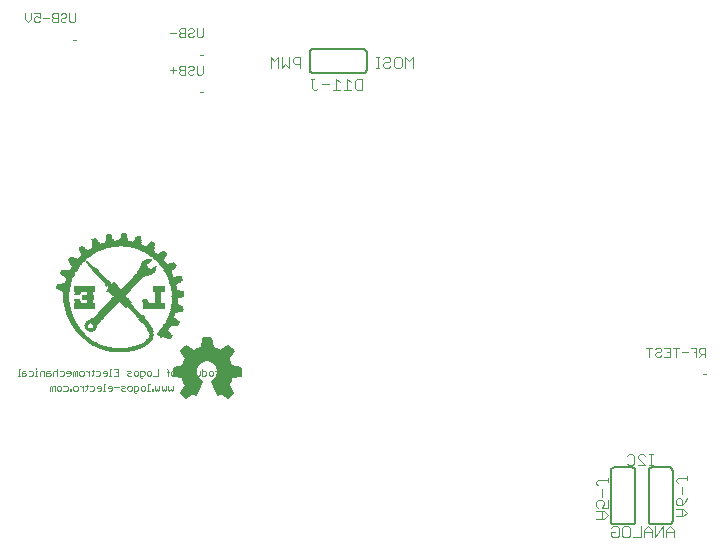
<source format=gbo>
G75*
G70*
%OFA0B0*%
%FSLAX24Y24*%
%IPPOS*%
%LPD*%
%AMOC8*
5,1,8,0,0,1.08239X$1,22.5*
%
%ADD10C,0.0020*%
%ADD11C,0.0030*%
%ADD12C,0.0060*%
%ADD13C,0.0040*%
%ADD14R,0.0483X0.0017*%
%ADD15R,0.0700X0.0017*%
%ADD16R,0.0867X0.0017*%
%ADD17R,0.1000X0.0017*%
%ADD18R,0.1117X0.0017*%
%ADD19R,0.1217X0.0017*%
%ADD20R,0.1300X0.0017*%
%ADD21R,0.0517X0.0017*%
%ADD22R,0.0550X0.0017*%
%ADD23R,0.0450X0.0017*%
%ADD24R,0.0400X0.0017*%
%ADD25R,0.0417X0.0017*%
%ADD26R,0.0367X0.0017*%
%ADD27R,0.0383X0.0017*%
%ADD28R,0.0333X0.0017*%
%ADD29R,0.0350X0.0017*%
%ADD30R,0.0317X0.0017*%
%ADD31R,0.0283X0.0017*%
%ADD32R,0.0300X0.0017*%
%ADD33R,0.0283X0.0017*%
%ADD34R,0.0283X0.0017*%
%ADD35R,0.0250X0.0017*%
%ADD36R,0.0233X0.0017*%
%ADD37R,0.0267X0.0017*%
%ADD38R,0.0217X0.0017*%
%ADD39R,0.0267X0.0017*%
%ADD40R,0.0200X0.0017*%
%ADD41R,0.0250X0.0017*%
%ADD42R,0.0183X0.0017*%
%ADD43R,0.0233X0.0017*%
%ADD44R,0.0183X0.0017*%
%ADD45R,0.0183X0.0017*%
%ADD46R,0.0167X0.0017*%
%ADD47R,0.0167X0.0017*%
%ADD48R,0.0217X0.0017*%
%ADD49R,0.0067X0.0017*%
%ADD50R,0.0150X0.0017*%
%ADD51R,0.0200X0.0017*%
%ADD52R,0.0133X0.0017*%
%ADD53R,0.0217X0.0017*%
%ADD54R,0.0017X0.0017*%
%ADD55R,0.0133X0.0017*%
%ADD56R,0.0217X0.0017*%
%ADD57R,0.0050X0.0017*%
%ADD58R,0.0300X0.0017*%
%ADD59R,0.0083X0.0017*%
%ADD60R,0.0133X0.0017*%
%ADD61R,0.0433X0.0017*%
%ADD62R,0.0133X0.0017*%
%ADD63R,0.0117X0.0017*%
%ADD64R,0.0467X0.0017*%
%ADD65R,0.0117X0.0017*%
%ADD66R,0.0483X0.0017*%
%ADD67R,0.0467X0.0017*%
%ADD68R,0.0383X0.0017*%
%ADD69R,0.0350X0.0017*%
%ADD70R,0.0150X0.0017*%
%ADD71R,0.0317X0.0017*%
%ADD72R,0.0283X0.0017*%
%ADD73R,0.0167X0.0017*%
%ADD74R,0.0267X0.0017*%
%ADD75R,0.0167X0.0017*%
%ADD76R,0.0100X0.0017*%
%ADD77R,0.0100X0.0017*%
%ADD78R,0.0233X0.0017*%
%ADD79R,0.0117X0.0017*%
%ADD80R,0.0500X0.0017*%
%ADD81R,0.0083X0.0017*%
%ADD82R,0.0500X0.0017*%
%ADD83R,0.0483X0.0017*%
%ADD84R,0.0233X0.0017*%
%ADD85R,0.0450X0.0017*%
%ADD86R,0.0433X0.0017*%
%ADD87R,0.0417X0.0017*%
%ADD88R,0.0183X0.0017*%
%ADD89R,0.0433X0.0017*%
%ADD90R,0.0333X0.0017*%
%ADD91R,0.0400X0.0017*%
%ADD92R,0.0367X0.0017*%
%ADD93R,0.0017X0.0017*%
%ADD94R,0.0333X0.0017*%
%ADD95R,0.0383X0.0017*%
%ADD96R,0.0433X0.0017*%
%ADD97R,0.0717X0.0017*%
%ADD98R,0.0700X0.0017*%
%ADD99R,0.0717X0.0017*%
%ADD100R,0.0317X0.0017*%
%ADD101R,0.0333X0.0017*%
%ADD102R,0.0733X0.0017*%
%ADD103R,0.0717X0.0017*%
%ADD104R,0.0683X0.0017*%
%ADD105R,0.0650X0.0017*%
%ADD106R,0.0617X0.0017*%
%ADD107R,0.0600X0.0017*%
%ADD108R,0.0567X0.0017*%
%ADD109R,0.0367X0.0017*%
%ADD110R,0.0533X0.0017*%
%ADD111R,0.0367X0.0017*%
%ADD112R,0.0417X0.0017*%
%ADD113R,0.0550X0.0017*%
%ADD114R,0.0583X0.0017*%
%ADD115R,0.0733X0.0017*%
%ADD116R,0.0383X0.0017*%
%ADD117R,0.0767X0.0017*%
%ADD118R,0.0783X0.0017*%
%ADD119R,0.0033X0.0017*%
%ADD120R,0.0067X0.0017*%
%ADD121R,0.0533X0.0017*%
%ADD122R,0.0567X0.0017*%
%ADD123R,0.0517X0.0017*%
%ADD124R,0.0567X0.0017*%
%ADD125R,0.0517X0.0017*%
%ADD126R,0.0317X0.0017*%
%ADD127R,0.0067X0.0017*%
%ADD128R,0.0033X0.0017*%
%ADD129R,0.0467X0.0017*%
%ADD130R,0.0583X0.0017*%
%ADD131R,0.0600X0.0017*%
%ADD132R,0.0633X0.0017*%
%ADD133R,0.0683X0.0017*%
%ADD134R,0.0650X0.0017*%
%ADD135R,0.0717X0.0017*%
%ADD136R,0.0533X0.0017*%
%ADD137R,0.0883X0.0017*%
%ADD138R,0.0750X0.0017*%
%ADD139R,0.0883X0.0017*%
%ADD140R,0.0033X0.0017*%
%ADD141R,0.1717X0.0017*%
%ADD142R,0.1683X0.0017*%
%ADD143R,0.1650X0.0017*%
%ADD144R,0.1633X0.0017*%
%ADD145R,0.1333X0.0017*%
%ADD146R,0.1283X0.0017*%
%ADD147R,0.1233X0.0017*%
%ADD148R,0.1183X0.0017*%
%ADD149R,0.0867X0.0017*%
%ADD150R,0.0767X0.0017*%
%ADD151R,0.0050X0.0017*%
%ADD152C,0.0000*%
D10*
X004499Y007850D02*
X004499Y007961D01*
X004536Y007997D01*
X004572Y007961D01*
X004572Y007850D01*
X004646Y007850D02*
X004646Y007997D01*
X004609Y007997D01*
X004572Y007961D01*
X004720Y007961D02*
X004757Y007997D01*
X004830Y007997D01*
X004867Y007961D01*
X004867Y007887D01*
X004830Y007850D01*
X004757Y007850D01*
X004720Y007887D01*
X004720Y007961D01*
X004941Y007997D02*
X005051Y007997D01*
X005088Y007961D01*
X005088Y007887D01*
X005051Y007850D01*
X004941Y007850D01*
X005162Y007850D02*
X005162Y007887D01*
X005198Y007887D01*
X005198Y007850D01*
X005162Y007850D01*
X005272Y007887D02*
X005309Y007850D01*
X005383Y007850D01*
X005419Y007887D01*
X005419Y007961D01*
X005383Y007997D01*
X005309Y007997D01*
X005272Y007961D01*
X005272Y007887D01*
X005493Y007997D02*
X005530Y007997D01*
X005603Y007924D01*
X005603Y007997D02*
X005603Y007850D01*
X005677Y007850D02*
X005714Y007887D01*
X005714Y008034D01*
X005751Y007997D02*
X005677Y007997D01*
X005825Y007997D02*
X005935Y007997D01*
X005972Y007961D01*
X005972Y007887D01*
X005935Y007850D01*
X005825Y007850D01*
X006046Y007924D02*
X006193Y007924D01*
X006193Y007961D02*
X006156Y007997D01*
X006083Y007997D01*
X006046Y007961D01*
X006046Y007924D01*
X006083Y007850D02*
X006156Y007850D01*
X006193Y007887D01*
X006193Y007961D01*
X006267Y007850D02*
X006340Y007850D01*
X006303Y007850D02*
X006303Y008071D01*
X006340Y008071D01*
X006414Y007961D02*
X006414Y007924D01*
X006561Y007924D01*
X006561Y007961D02*
X006524Y007997D01*
X006451Y007997D01*
X006414Y007961D01*
X006451Y007850D02*
X006524Y007850D01*
X006561Y007887D01*
X006561Y007961D01*
X006635Y007961D02*
X006782Y007961D01*
X006856Y007997D02*
X006966Y007997D01*
X007003Y007961D01*
X006966Y007924D01*
X006893Y007924D01*
X006856Y007887D01*
X006893Y007850D01*
X007003Y007850D01*
X007077Y007887D02*
X007077Y007961D01*
X007114Y007997D01*
X007187Y007997D01*
X007224Y007961D01*
X007224Y007887D01*
X007187Y007850D01*
X007114Y007850D01*
X007077Y007887D01*
X007298Y007850D02*
X007408Y007850D01*
X007445Y007887D01*
X007445Y007961D01*
X007408Y007997D01*
X007298Y007997D01*
X007298Y007814D01*
X007335Y007777D01*
X007371Y007777D01*
X007519Y007887D02*
X007519Y007961D01*
X007556Y007997D01*
X007629Y007997D01*
X007666Y007961D01*
X007666Y007887D01*
X007629Y007850D01*
X007556Y007850D01*
X007519Y007887D01*
X007740Y007850D02*
X007813Y007850D01*
X007776Y007850D02*
X007776Y008071D01*
X007813Y008071D01*
X007887Y007887D02*
X007887Y007850D01*
X007924Y007850D01*
X007924Y007887D01*
X007887Y007887D01*
X007998Y007887D02*
X008035Y007850D01*
X008071Y007887D01*
X008108Y007850D01*
X008145Y007887D01*
X008145Y007997D01*
X008219Y007997D02*
X008219Y007887D01*
X008256Y007850D01*
X008292Y007887D01*
X008329Y007850D01*
X008366Y007887D01*
X008366Y007997D01*
X008440Y007997D02*
X008440Y007887D01*
X008477Y007850D01*
X008513Y007887D01*
X008550Y007850D01*
X008587Y007887D01*
X008587Y007997D01*
X008569Y008350D02*
X008532Y008387D01*
X008532Y008461D01*
X008569Y008497D01*
X008643Y008497D01*
X008679Y008461D01*
X008679Y008387D01*
X008643Y008350D01*
X008569Y008350D01*
X008422Y008350D02*
X008422Y008534D01*
X008385Y008571D01*
X008385Y008461D02*
X008458Y008461D01*
X008090Y008571D02*
X008090Y008350D01*
X007943Y008350D01*
X007869Y008387D02*
X007832Y008350D01*
X007759Y008350D01*
X007722Y008387D01*
X007722Y008461D01*
X007759Y008497D01*
X007832Y008497D01*
X007869Y008461D01*
X007869Y008387D01*
X007648Y008387D02*
X007611Y008350D01*
X007501Y008350D01*
X007501Y008314D02*
X007501Y008497D01*
X007611Y008497D01*
X007648Y008461D01*
X007648Y008387D01*
X007575Y008277D02*
X007538Y008277D01*
X007501Y008314D01*
X007427Y008387D02*
X007390Y008350D01*
X007317Y008350D01*
X007280Y008387D01*
X007280Y008461D01*
X007317Y008497D01*
X007390Y008497D01*
X007427Y008461D01*
X007427Y008387D01*
X007206Y008350D02*
X007096Y008350D01*
X007059Y008387D01*
X007096Y008424D01*
X007169Y008424D01*
X007206Y008461D01*
X007169Y008497D01*
X007059Y008497D01*
X006764Y008461D02*
X006691Y008461D01*
X006764Y008571D02*
X006764Y008350D01*
X006617Y008350D01*
X006543Y008350D02*
X006470Y008350D01*
X006506Y008350D02*
X006506Y008571D01*
X006543Y008571D01*
X006617Y008571D02*
X006764Y008571D01*
X006396Y008461D02*
X006359Y008497D01*
X006286Y008497D01*
X006249Y008461D01*
X006249Y008424D01*
X006396Y008424D01*
X006396Y008387D02*
X006396Y008461D01*
X006396Y008387D02*
X006359Y008350D01*
X006286Y008350D01*
X006175Y008387D02*
X006138Y008350D01*
X006028Y008350D01*
X005917Y008387D02*
X005880Y008350D01*
X005917Y008387D02*
X005917Y008534D01*
X005954Y008497D02*
X005880Y008497D01*
X005806Y008497D02*
X005806Y008350D01*
X005806Y008424D02*
X005733Y008497D01*
X005696Y008497D01*
X005622Y008461D02*
X005622Y008387D01*
X005586Y008350D01*
X005512Y008350D01*
X005476Y008387D01*
X005476Y008461D01*
X005512Y008497D01*
X005586Y008497D01*
X005622Y008461D01*
X005401Y008497D02*
X005365Y008497D01*
X005328Y008461D01*
X005291Y008497D01*
X005255Y008461D01*
X005255Y008350D01*
X005328Y008350D02*
X005328Y008461D01*
X005401Y008497D02*
X005401Y008350D01*
X005180Y008387D02*
X005180Y008461D01*
X005144Y008497D01*
X005070Y008497D01*
X005034Y008461D01*
X005034Y008424D01*
X005180Y008424D01*
X005180Y008387D02*
X005144Y008350D01*
X005070Y008350D01*
X004959Y008387D02*
X004923Y008350D01*
X004813Y008350D01*
X004738Y008350D02*
X004738Y008571D01*
X004702Y008497D02*
X004628Y008497D01*
X004592Y008461D01*
X004592Y008350D01*
X004517Y008387D02*
X004481Y008424D01*
X004371Y008424D01*
X004371Y008461D02*
X004371Y008350D01*
X004481Y008350D01*
X004517Y008387D01*
X004481Y008497D02*
X004407Y008497D01*
X004371Y008461D01*
X004296Y008497D02*
X004186Y008497D01*
X004150Y008461D01*
X004150Y008350D01*
X004075Y008350D02*
X004002Y008350D01*
X004039Y008350D02*
X004039Y008497D01*
X004075Y008497D01*
X004039Y008571D02*
X004039Y008607D01*
X003928Y008461D02*
X003928Y008387D01*
X003891Y008350D01*
X003781Y008350D01*
X003707Y008387D02*
X003670Y008424D01*
X003560Y008424D01*
X003560Y008461D02*
X003560Y008350D01*
X003670Y008350D01*
X003707Y008387D01*
X003670Y008497D02*
X003597Y008497D01*
X003560Y008461D01*
X003486Y008571D02*
X003449Y008571D01*
X003449Y008350D01*
X003413Y008350D02*
X003486Y008350D01*
X003781Y008497D02*
X003891Y008497D01*
X003928Y008461D01*
X004296Y008497D02*
X004296Y008350D01*
X004702Y008497D02*
X004738Y008461D01*
X004813Y008497D02*
X004923Y008497D01*
X004959Y008461D01*
X004959Y008387D01*
X006028Y008497D02*
X006138Y008497D01*
X006175Y008461D01*
X006175Y008387D01*
X007998Y007997D02*
X007998Y007887D01*
X008974Y008350D02*
X009011Y008387D01*
X009011Y008534D01*
X009048Y008497D02*
X008974Y008497D01*
X009122Y008497D02*
X009232Y008497D01*
X009269Y008461D01*
X009269Y008387D01*
X009232Y008350D01*
X009122Y008350D01*
X009343Y008350D02*
X009343Y008497D01*
X009343Y008350D02*
X009453Y008350D01*
X009490Y008387D01*
X009490Y008497D01*
X009564Y008497D02*
X009674Y008497D01*
X009711Y008461D01*
X009711Y008387D01*
X009674Y008350D01*
X009564Y008350D01*
X009564Y008571D01*
X009785Y008461D02*
X009821Y008497D01*
X009895Y008497D01*
X009931Y008461D01*
X009931Y008387D01*
X009895Y008350D01*
X009821Y008350D01*
X009785Y008387D01*
X009785Y008461D01*
X010006Y008497D02*
X010042Y008497D01*
X010116Y008424D01*
X010116Y008497D02*
X010116Y008350D01*
X010190Y008461D02*
X010227Y008424D01*
X010337Y008424D01*
X010337Y008350D02*
X010337Y008571D01*
X010227Y008571D01*
X010190Y008534D01*
X010190Y008461D01*
D11*
X009539Y018381D02*
X009442Y018381D01*
X009394Y018429D01*
X009394Y018671D01*
X009293Y018623D02*
X009293Y018575D01*
X009245Y018526D01*
X009148Y018526D01*
X009099Y018478D01*
X009099Y018429D01*
X009148Y018381D01*
X009245Y018381D01*
X009293Y018429D01*
X009293Y018623D02*
X009245Y018671D01*
X009148Y018671D01*
X009099Y018623D01*
X008998Y018671D02*
X008998Y018381D01*
X008853Y018381D01*
X008805Y018429D01*
X008805Y018478D01*
X008853Y018526D01*
X008998Y018526D01*
X008853Y018526D02*
X008805Y018575D01*
X008805Y018623D01*
X008853Y018671D01*
X008998Y018671D01*
X008704Y018526D02*
X008510Y018526D01*
X008607Y018623D02*
X008607Y018429D01*
X009539Y018381D02*
X009588Y018429D01*
X009588Y018671D01*
X009539Y019631D02*
X009442Y019631D01*
X009394Y019679D01*
X009394Y019921D01*
X009293Y019873D02*
X009293Y019825D01*
X009245Y019776D01*
X009148Y019776D01*
X009099Y019728D01*
X009099Y019679D01*
X009148Y019631D01*
X009245Y019631D01*
X009293Y019679D01*
X009293Y019873D02*
X009245Y019921D01*
X009148Y019921D01*
X009099Y019873D01*
X008998Y019921D02*
X008998Y019631D01*
X008853Y019631D01*
X008805Y019679D01*
X008805Y019728D01*
X008853Y019776D01*
X008998Y019776D01*
X008853Y019776D02*
X008805Y019825D01*
X008805Y019873D01*
X008853Y019921D01*
X008998Y019921D01*
X008704Y019776D02*
X008510Y019776D01*
X009539Y019631D02*
X009588Y019679D01*
X009588Y019921D01*
X011848Y018976D02*
X011848Y018605D01*
X012095Y018605D02*
X012095Y018976D01*
X011972Y018852D01*
X011848Y018976D01*
X012216Y018976D02*
X012216Y018605D01*
X012340Y018729D01*
X012463Y018605D01*
X012463Y018976D01*
X012585Y018914D02*
X012585Y018791D01*
X012646Y018729D01*
X012832Y018729D01*
X012832Y018605D02*
X012832Y018976D01*
X012646Y018976D01*
X012585Y018914D01*
X015353Y018976D02*
X015477Y018976D01*
X015415Y018976D02*
X015415Y018605D01*
X015477Y018605D02*
X015353Y018605D01*
X015598Y018667D02*
X015598Y018729D01*
X015660Y018791D01*
X015783Y018791D01*
X015845Y018852D01*
X015845Y018914D01*
X015783Y018976D01*
X015660Y018976D01*
X015598Y018914D01*
X015966Y018914D02*
X016028Y018976D01*
X016152Y018976D01*
X016213Y018914D01*
X016213Y018667D01*
X016152Y018605D01*
X016028Y018605D01*
X015966Y018667D01*
X015966Y018914D01*
X016335Y018976D02*
X016335Y018605D01*
X016582Y018605D02*
X016582Y018976D01*
X016458Y018852D01*
X016335Y018976D01*
X015845Y018667D02*
X015783Y018605D01*
X015660Y018605D01*
X015598Y018667D01*
X005338Y020179D02*
X005289Y020131D01*
X005192Y020131D01*
X005144Y020179D01*
X005144Y020421D01*
X005043Y020373D02*
X005043Y020325D01*
X004995Y020276D01*
X004898Y020276D01*
X004849Y020228D01*
X004849Y020179D01*
X004898Y020131D01*
X004995Y020131D01*
X005043Y020179D01*
X005043Y020373D02*
X004995Y020421D01*
X004898Y020421D01*
X004849Y020373D01*
X004748Y020421D02*
X004748Y020131D01*
X004603Y020131D01*
X004555Y020179D01*
X004555Y020228D01*
X004603Y020276D01*
X004748Y020276D01*
X004603Y020276D02*
X004555Y020325D01*
X004555Y020373D01*
X004603Y020421D01*
X004748Y020421D01*
X004454Y020276D02*
X004260Y020276D01*
X004159Y020276D02*
X004062Y020325D01*
X004014Y020325D01*
X003965Y020276D01*
X003965Y020179D01*
X004014Y020131D01*
X004111Y020131D01*
X004159Y020179D01*
X004159Y020276D02*
X004159Y020421D01*
X003965Y020421D01*
X003864Y020421D02*
X003864Y020228D01*
X003768Y020131D01*
X003671Y020228D01*
X003671Y020421D01*
X005338Y020421D02*
X005338Y020179D01*
X023721Y005664D02*
X023783Y005726D01*
X023906Y005726D01*
X023968Y005664D01*
X023968Y005417D01*
X023906Y005355D01*
X023783Y005355D01*
X023721Y005417D01*
X024089Y005355D02*
X024336Y005355D01*
X024089Y005602D01*
X024089Y005664D01*
X024151Y005726D01*
X024274Y005726D01*
X024336Y005664D01*
X024458Y005726D02*
X024582Y005726D01*
X024520Y005726D02*
X024520Y005355D01*
X024582Y005355D02*
X024458Y005355D01*
X025362Y004884D02*
X025423Y004946D01*
X025732Y004946D01*
X025732Y005007D02*
X025732Y004884D01*
X025547Y004639D02*
X025547Y004392D01*
X025485Y004271D02*
X025547Y004209D01*
X025547Y004024D01*
X025423Y004024D01*
X025362Y004085D01*
X025362Y004209D01*
X025423Y004271D01*
X025485Y004271D01*
X025670Y004147D02*
X025547Y004024D01*
X025547Y003902D02*
X025547Y003655D01*
X025608Y003655D02*
X025732Y003779D01*
X025608Y003902D01*
X025362Y003902D01*
X025362Y003655D02*
X025608Y003655D01*
X025670Y004147D02*
X025732Y004271D01*
X025423Y004760D02*
X025362Y004822D01*
X025362Y004884D01*
X025168Y003326D02*
X025045Y003202D01*
X025045Y002955D01*
X024923Y002955D02*
X024923Y003326D01*
X024676Y002955D01*
X024676Y003326D01*
X024555Y003202D02*
X024555Y002955D01*
X024555Y003141D02*
X024308Y003141D01*
X024308Y003202D02*
X024308Y002955D01*
X024187Y002955D02*
X023940Y002955D01*
X023818Y003017D02*
X023757Y002955D01*
X023633Y002955D01*
X023571Y003017D01*
X023571Y003264D01*
X023633Y003326D01*
X023757Y003326D01*
X023818Y003264D01*
X023818Y003017D01*
X024187Y002955D02*
X024187Y003326D01*
X024308Y003202D02*
X024431Y003326D01*
X024555Y003202D01*
X025045Y003141D02*
X025291Y003141D01*
X025291Y003202D02*
X025291Y002955D01*
X025291Y003202D02*
X025168Y003326D01*
X023450Y003264D02*
X023450Y003017D01*
X023388Y002955D01*
X023265Y002955D01*
X023203Y003017D01*
X023203Y003141D01*
X023327Y003141D01*
X023450Y003264D02*
X023388Y003326D01*
X023265Y003326D01*
X023203Y003264D01*
X022958Y003582D02*
X023082Y003706D01*
X022958Y003829D01*
X022712Y003829D01*
X022773Y003951D02*
X022712Y004012D01*
X022712Y004136D01*
X022773Y004197D01*
X022897Y004197D01*
X022958Y004136D01*
X022958Y004074D01*
X022897Y003951D01*
X023082Y003951D01*
X023082Y004197D01*
X022897Y004319D02*
X022897Y004566D01*
X022773Y004687D02*
X022712Y004749D01*
X022712Y004811D01*
X022773Y004872D01*
X023082Y004872D01*
X023082Y004811D02*
X023082Y004934D01*
X022897Y003829D02*
X022897Y003582D01*
X022958Y003582D02*
X022712Y003582D01*
X024473Y008981D02*
X024473Y009271D01*
X024570Y009271D02*
X024376Y009271D01*
X024671Y009223D02*
X024719Y009271D01*
X024816Y009271D01*
X024864Y009223D01*
X024864Y009175D01*
X024816Y009126D01*
X024719Y009126D01*
X024671Y009078D01*
X024671Y009029D01*
X024719Y008981D01*
X024816Y008981D01*
X024864Y009029D01*
X024965Y008981D02*
X025159Y008981D01*
X025159Y009271D01*
X024965Y009271D01*
X025062Y009126D02*
X025159Y009126D01*
X025260Y009271D02*
X025454Y009271D01*
X025357Y009271D02*
X025357Y008981D01*
X025555Y009126D02*
X025748Y009126D01*
X025849Y009271D02*
X026043Y009271D01*
X026043Y008981D01*
X026144Y008981D02*
X026241Y009078D01*
X026192Y009078D02*
X026338Y009078D01*
X026338Y008981D02*
X026338Y009271D01*
X026192Y009271D01*
X026144Y009223D01*
X026144Y009126D01*
X026192Y009078D01*
X026043Y009126D02*
X025946Y009126D01*
D12*
X009037Y007590D02*
X008847Y007780D01*
X009017Y008020D01*
X009040Y008014D02*
X009484Y008014D01*
X009454Y007956D02*
X009021Y007956D01*
X009047Y007990D02*
X008897Y007790D01*
X009047Y007640D01*
X009247Y007790D01*
X009347Y007740D01*
X009547Y008140D01*
X009347Y008340D01*
X009347Y008590D01*
X009497Y008840D01*
X009747Y008890D01*
X010047Y008790D01*
X009997Y008790D01*
X010147Y008540D01*
X010047Y008240D01*
X009947Y008140D01*
X010097Y007740D01*
X010197Y007790D01*
X010397Y007640D01*
X010547Y007790D01*
X010397Y008040D01*
X010497Y008290D01*
X010797Y008390D01*
X010797Y008340D01*
X010797Y008590D01*
X010497Y008640D01*
X010397Y008940D01*
X010597Y009140D01*
X010447Y009290D01*
X010147Y009140D01*
X009847Y009290D01*
X009897Y009290D01*
X009847Y009540D01*
X009597Y009540D01*
X009597Y009240D01*
X009297Y009140D01*
X009047Y009290D01*
X008897Y009190D01*
X009047Y008890D01*
X008947Y008640D01*
X008647Y008590D01*
X008647Y008340D01*
X008947Y008340D01*
X009047Y007990D01*
X009023Y008073D02*
X009513Y008073D01*
X009542Y008131D02*
X009006Y008131D01*
X008990Y008190D02*
X009497Y008190D01*
X009567Y008150D02*
X009377Y007700D01*
X009277Y007760D01*
X009037Y007590D01*
X009024Y007663D02*
X009077Y007663D01*
X009155Y007722D02*
X008965Y007722D01*
X008907Y007780D02*
X009233Y007780D01*
X009267Y007780D02*
X009366Y007780D01*
X009396Y007839D02*
X008933Y007839D01*
X008977Y007897D02*
X009425Y007897D01*
X009439Y008249D02*
X008973Y008249D01*
X008956Y008307D02*
X009380Y008307D01*
X009347Y008366D02*
X008647Y008366D01*
X008617Y008340D02*
X008917Y008290D01*
X008647Y008424D02*
X009347Y008424D01*
X009347Y008483D02*
X008647Y008483D01*
X008647Y008541D02*
X009347Y008541D01*
X009352Y008600D02*
X008703Y008600D01*
X008617Y008600D02*
X008617Y008340D01*
X008617Y008600D02*
X008917Y008660D01*
X008954Y008658D02*
X009387Y008658D01*
X009422Y008717D02*
X008977Y008717D01*
X009001Y008775D02*
X009458Y008775D01*
X009493Y008834D02*
X009024Y008834D01*
X009046Y008893D02*
X010413Y008893D01*
X010437Y008910D02*
X010617Y009170D01*
X010427Y009350D01*
X010167Y009170D01*
X010236Y009185D02*
X010552Y009185D01*
X010583Y009127D02*
X008928Y009127D01*
X008899Y009185D02*
X009222Y009185D01*
X009297Y009170D02*
X009037Y009350D01*
X008847Y009170D01*
X009027Y008910D01*
X009016Y008951D02*
X010407Y008951D01*
X010466Y009010D02*
X008987Y009010D01*
X008958Y009068D02*
X010524Y009068D01*
X010493Y009244D02*
X010353Y009244D01*
X010057Y009185D02*
X009431Y009185D01*
X009547Y009270D02*
X009597Y009590D01*
X009867Y009590D01*
X009917Y009270D01*
X009940Y009244D02*
X009597Y009244D01*
X009597Y009302D02*
X009894Y009302D01*
X009883Y009361D02*
X009597Y009361D01*
X009597Y009419D02*
X009871Y009419D01*
X009859Y009478D02*
X009597Y009478D01*
X009597Y009537D02*
X009847Y009537D01*
X009124Y009244D02*
X008977Y009244D01*
X009916Y008834D02*
X010432Y008834D01*
X010452Y008775D02*
X010006Y008775D01*
X010041Y008717D02*
X010471Y008717D01*
X010491Y008658D02*
X010076Y008658D01*
X010111Y008600D02*
X010740Y008600D01*
X010797Y008541D02*
X010146Y008541D01*
X010127Y008483D02*
X010797Y008483D01*
X010797Y008424D02*
X010108Y008424D01*
X010088Y008366D02*
X010722Y008366D01*
X010847Y008340D02*
X010547Y008290D01*
X010547Y008307D02*
X010069Y008307D01*
X010049Y008249D02*
X010480Y008249D01*
X010456Y008190D02*
X009996Y008190D01*
X009950Y008131D02*
X010433Y008131D01*
X010410Y008073D02*
X009972Y008073D01*
X009994Y008014D02*
X010412Y008014D01*
X010447Y008020D02*
X010607Y007780D01*
X010427Y007590D01*
X010187Y007760D01*
X010087Y007700D01*
X009887Y008150D01*
X010016Y007956D02*
X010447Y007956D01*
X010483Y007897D02*
X010038Y007897D01*
X010060Y007839D02*
X010518Y007839D01*
X010536Y007780D02*
X010210Y007780D01*
X010176Y007780D02*
X010082Y007780D01*
X010288Y007722D02*
X010478Y007722D01*
X010419Y007663D02*
X010366Y007663D01*
X010847Y008340D02*
X010847Y008600D01*
X010547Y008660D01*
X010163Y009174D02*
X010118Y009199D01*
X010071Y009222D01*
X010023Y009241D01*
X009974Y009258D01*
X009924Y009271D01*
X009887Y008160D02*
X009920Y008178D01*
X009950Y008199D01*
X009979Y008223D01*
X010005Y008250D01*
X010027Y008279D01*
X010047Y008311D01*
X010064Y008344D01*
X010077Y008379D01*
X010086Y008415D01*
X010092Y008452D01*
X010094Y008489D01*
X010092Y008526D01*
X010087Y008563D01*
X010077Y008599D01*
X010065Y008634D01*
X010048Y008668D01*
X010029Y008699D01*
X010006Y008729D01*
X009980Y008756D01*
X009952Y008780D01*
X009921Y008801D01*
X009889Y008819D01*
X009855Y008834D01*
X009819Y008845D01*
X009783Y008853D01*
X009746Y008857D01*
X009708Y008857D01*
X009671Y008853D01*
X009635Y008845D01*
X009599Y008834D01*
X009565Y008819D01*
X009533Y008801D01*
X009502Y008780D01*
X009474Y008756D01*
X009448Y008729D01*
X009425Y008699D01*
X009406Y008668D01*
X009389Y008634D01*
X009377Y008599D01*
X009367Y008563D01*
X009362Y008526D01*
X009360Y008489D01*
X009362Y008452D01*
X009368Y008415D01*
X009377Y008379D01*
X009390Y008344D01*
X009407Y008311D01*
X009427Y008279D01*
X009449Y008250D01*
X009475Y008223D01*
X009504Y008199D01*
X009534Y008178D01*
X009567Y008160D01*
X009016Y008020D02*
X008993Y008061D01*
X008972Y008104D01*
X008954Y008149D01*
X008939Y008194D01*
X008926Y008240D01*
X008916Y008287D01*
X008918Y008661D02*
X008933Y008713D01*
X008952Y008764D01*
X008974Y008814D01*
X008999Y008862D01*
X009028Y008909D01*
X009293Y009172D02*
X009340Y009199D01*
X009389Y009222D01*
X009439Y009242D01*
X009490Y009259D01*
X009542Y009273D01*
X010436Y008905D02*
X010463Y008859D01*
X010487Y008811D01*
X010508Y008762D01*
X010526Y008711D01*
X010540Y008660D01*
X010546Y008289D02*
X010533Y008233D01*
X010516Y008178D01*
X010495Y008125D01*
X010471Y008073D01*
X010443Y008023D01*
X023197Y005190D02*
X023197Y003490D01*
X023199Y003473D01*
X023203Y003456D01*
X023210Y003440D01*
X023220Y003426D01*
X023233Y003413D01*
X023247Y003403D01*
X023263Y003396D01*
X023280Y003392D01*
X023297Y003390D01*
X023897Y003390D01*
X023914Y003392D01*
X023931Y003396D01*
X023947Y003403D01*
X023961Y003413D01*
X023974Y003426D01*
X023984Y003440D01*
X023991Y003456D01*
X023995Y003473D01*
X023997Y003490D01*
X023997Y005190D01*
X023995Y005207D01*
X023991Y005224D01*
X023984Y005240D01*
X023974Y005254D01*
X023961Y005267D01*
X023947Y005277D01*
X023931Y005284D01*
X023914Y005288D01*
X023897Y005290D01*
X023297Y005290D01*
X023280Y005288D01*
X023263Y005284D01*
X023247Y005277D01*
X023233Y005267D01*
X023220Y005254D01*
X023210Y005240D01*
X023203Y005224D01*
X023199Y005207D01*
X023197Y005190D01*
X024447Y005190D02*
X024447Y003490D01*
X024449Y003473D01*
X024453Y003456D01*
X024460Y003440D01*
X024470Y003426D01*
X024483Y003413D01*
X024497Y003403D01*
X024513Y003396D01*
X024530Y003392D01*
X024547Y003390D01*
X025147Y003390D01*
X025164Y003392D01*
X025181Y003396D01*
X025197Y003403D01*
X025211Y003413D01*
X025224Y003426D01*
X025234Y003440D01*
X025241Y003456D01*
X025245Y003473D01*
X025247Y003490D01*
X025247Y005190D01*
X025245Y005207D01*
X025241Y005224D01*
X025234Y005240D01*
X025224Y005254D01*
X025211Y005267D01*
X025197Y005277D01*
X025181Y005284D01*
X025164Y005288D01*
X025147Y005290D01*
X024547Y005290D01*
X024530Y005288D01*
X024513Y005284D01*
X024497Y005277D01*
X024483Y005267D01*
X024470Y005254D01*
X024460Y005240D01*
X024453Y005224D01*
X024449Y005207D01*
X024447Y005190D01*
X014947Y018440D02*
X013247Y018440D01*
X013230Y018442D01*
X013213Y018446D01*
X013197Y018453D01*
X013183Y018463D01*
X013170Y018476D01*
X013160Y018490D01*
X013153Y018506D01*
X013149Y018523D01*
X013147Y018540D01*
X013147Y019140D01*
X013149Y019157D01*
X013153Y019174D01*
X013160Y019190D01*
X013170Y019204D01*
X013183Y019217D01*
X013197Y019227D01*
X013213Y019234D01*
X013230Y019238D01*
X013247Y019240D01*
X014947Y019240D01*
X014964Y019238D01*
X014981Y019234D01*
X014997Y019227D01*
X015011Y019217D01*
X015024Y019204D01*
X015034Y019190D01*
X015041Y019174D01*
X015045Y019157D01*
X015047Y019140D01*
X015047Y018540D01*
X015045Y018523D01*
X015041Y018506D01*
X015034Y018490D01*
X015024Y018476D01*
X015011Y018463D01*
X014997Y018453D01*
X014981Y018446D01*
X014964Y018442D01*
X014947Y018440D01*
D13*
X014898Y018241D02*
X014718Y018241D01*
X014658Y018181D01*
X014658Y017941D01*
X014718Y017880D01*
X014898Y017880D01*
X014898Y018241D01*
X014530Y018121D02*
X014410Y018241D01*
X014410Y017880D01*
X014530Y017880D02*
X014290Y017880D01*
X014162Y017880D02*
X013921Y017880D01*
X014041Y017880D02*
X014041Y018241D01*
X014162Y018121D01*
X013793Y018061D02*
X013553Y018061D01*
X013425Y017941D02*
X013365Y017880D01*
X013305Y017880D01*
X013245Y017941D01*
X013245Y018241D01*
X013305Y018241D02*
X013185Y018241D01*
D14*
X007713Y012524D03*
X006080Y012557D03*
X005380Y012124D03*
X008580Y010107D03*
X008563Y010074D03*
X008563Y010057D03*
X006830Y009124D03*
D15*
X006822Y009140D03*
X005672Y010590D03*
X005672Y010640D03*
X005672Y010690D03*
X005672Y011140D03*
X005672Y011190D03*
X005672Y011240D03*
X005672Y011290D03*
D16*
X006822Y009157D03*
D17*
X006822Y009174D03*
D18*
X006813Y009190D03*
D19*
X006813Y009207D03*
D20*
X006822Y009224D03*
D21*
X007247Y009240D03*
X006797Y011040D03*
X008447Y011990D03*
D22*
X007663Y011740D03*
X005763Y012440D03*
X006397Y009240D03*
D23*
X006313Y009257D03*
X005930Y010124D03*
X006797Y011007D03*
X006613Y011207D03*
X004947Y011307D03*
X004930Y011224D03*
X007330Y009257D03*
X008330Y009674D03*
X008347Y009657D03*
X008580Y010124D03*
X008730Y010524D03*
X008680Y011507D03*
X008680Y011524D03*
X008663Y011557D03*
X008663Y011574D03*
X008647Y011607D03*
X007730Y012507D03*
D24*
X008455Y011907D03*
X008672Y011474D03*
X008755Y010974D03*
X008572Y010157D03*
X008288Y009757D03*
X007388Y009274D03*
X006522Y011357D03*
X006522Y011374D03*
X007505Y011657D03*
X005372Y012074D03*
X005105Y011674D03*
X004988Y011374D03*
D25*
X004947Y011207D03*
X006247Y009274D03*
X008447Y011924D03*
D26*
X008655Y011440D03*
X007438Y009290D03*
X006088Y010240D03*
D27*
X006197Y009290D03*
X008447Y011890D03*
D28*
X008138Y012207D03*
X007838Y012424D03*
X007405Y011574D03*
X007388Y011557D03*
X007355Y011524D03*
X007338Y011507D03*
X007305Y011474D03*
X007288Y011457D03*
X007255Y011424D03*
X007238Y011407D03*
X007205Y011374D03*
X007188Y011357D03*
X007155Y011324D03*
X007138Y011307D03*
X007105Y011274D03*
X007088Y011257D03*
X007055Y011224D03*
X007038Y011207D03*
X006555Y010707D03*
X006505Y010657D03*
X006455Y010607D03*
X006405Y010557D03*
X006355Y010507D03*
X006305Y010457D03*
X006255Y010407D03*
X005855Y009874D03*
X006105Y009324D03*
X007488Y009307D03*
D29*
X008563Y010174D03*
X007430Y011607D03*
X006613Y011257D03*
X006597Y011274D03*
X006613Y010774D03*
X006597Y010757D03*
X006230Y010374D03*
X006213Y010357D03*
X006180Y010324D03*
X006163Y010307D03*
X006130Y010274D03*
X006113Y010257D03*
X006147Y009307D03*
X004980Y011174D03*
X008130Y012224D03*
X008447Y011874D03*
D30*
X007913Y012374D03*
X006580Y011307D03*
X007030Y010724D03*
X007080Y010674D03*
X007130Y010624D03*
X007530Y009324D03*
X005630Y012274D03*
X005680Y012307D03*
D31*
X007563Y009340D03*
D32*
X006072Y009340D03*
X005055Y011390D03*
X005605Y012240D03*
X005655Y012290D03*
X007738Y012140D03*
X008438Y011840D03*
D33*
X008697Y010924D03*
X008547Y010224D03*
X007597Y009357D03*
X005997Y009374D03*
X005597Y012524D03*
D34*
X005563Y012207D03*
X006030Y012724D03*
X005130Y011607D03*
X007630Y011924D03*
X008680Y011157D03*
X008680Y010674D03*
X006030Y009357D03*
D35*
X005913Y009424D03*
X007630Y009374D03*
X007663Y010107D03*
X007563Y010207D03*
X007530Y010274D03*
X007497Y010307D03*
X007480Y010324D03*
X008297Y009857D03*
X008313Y009874D03*
X008347Y009924D03*
X008380Y009974D03*
X008413Y009607D03*
X008430Y011807D03*
X008247Y012057D03*
X008213Y012107D03*
X008197Y012124D03*
X008163Y012157D03*
X008263Y012407D03*
X007863Y012674D03*
X007413Y012824D03*
X006947Y012874D03*
X006947Y012907D03*
X006480Y012874D03*
X006480Y012857D03*
X006013Y012757D03*
X005247Y012224D03*
X005363Y011974D03*
X005330Y011924D03*
X005313Y011907D03*
X005297Y011874D03*
X005280Y011857D03*
X007630Y011957D03*
X007663Y012074D03*
X007763Y012174D03*
D36*
X008438Y011790D03*
X008555Y012040D03*
X008105Y011090D03*
X008105Y011040D03*
X008105Y010990D03*
X008105Y010940D03*
X008105Y010890D03*
X008105Y010840D03*
X008105Y010790D03*
X008105Y010740D03*
X007555Y010240D03*
X007255Y010540D03*
X007205Y010590D03*
X006438Y011390D03*
X006405Y011440D03*
X006355Y011490D03*
X005838Y011090D03*
X005838Y011040D03*
X005838Y010840D03*
X005838Y010790D03*
X005838Y010740D03*
X005105Y011440D03*
X005138Y011540D03*
X005805Y009490D03*
X007655Y009390D03*
X008355Y009940D03*
X008388Y009990D03*
D37*
X007622Y010140D03*
X007572Y010190D03*
X008622Y011390D03*
X006022Y012740D03*
X005372Y011990D03*
X005022Y011140D03*
X005972Y009390D03*
D38*
X005763Y009524D03*
X005863Y009824D03*
X005030Y010907D03*
X005030Y010924D03*
X005030Y010957D03*
X005030Y010974D03*
X005030Y011007D03*
X005030Y011024D03*
X005030Y011057D03*
X005030Y011074D03*
X005030Y011107D03*
X005030Y011124D03*
X005113Y011474D03*
X005130Y011524D03*
X005563Y012574D03*
X006463Y012924D03*
X007430Y012874D03*
X007880Y012707D03*
X007630Y012024D03*
X007630Y012007D03*
X007630Y011974D03*
X008463Y011724D03*
X007263Y010524D03*
X007280Y010507D03*
X007313Y010474D03*
X007330Y010457D03*
X007363Y010424D03*
X007380Y010407D03*
X007413Y010374D03*
X007430Y010357D03*
X007730Y010024D03*
X007763Y009974D03*
X007713Y009424D03*
X007680Y009407D03*
X008530Y010257D03*
X008530Y010274D03*
X006413Y011424D03*
D39*
X005355Y011957D03*
X006488Y012824D03*
X006938Y012857D03*
X007405Y012807D03*
X007855Y012657D03*
X007755Y012157D03*
X007705Y012107D03*
X008155Y012174D03*
X008438Y011824D03*
X007588Y010174D03*
X007605Y010157D03*
X007638Y010124D03*
X005988Y010074D03*
X005938Y009407D03*
D40*
X005622Y009640D03*
X005572Y009690D03*
X005422Y010740D03*
X005055Y010690D03*
X005038Y010790D03*
X005038Y010840D03*
X006038Y011790D03*
X006088Y011740D03*
X006138Y011690D03*
X006188Y011640D03*
X006238Y011590D03*
X006288Y011540D03*
X007638Y012040D03*
X008455Y011740D03*
X008505Y011640D03*
X008572Y010390D03*
X008555Y010340D03*
X008538Y010290D03*
X007788Y009940D03*
X007755Y009990D03*
X007722Y009440D03*
D41*
X008330Y009890D03*
X008530Y010240D03*
X008613Y010440D03*
X008663Y010690D03*
X007513Y010290D03*
X005880Y009440D03*
X005280Y011840D03*
X005313Y011890D03*
X006947Y012890D03*
X007630Y011940D03*
X008180Y012140D03*
X008263Y012040D03*
D42*
X008647Y010874D03*
X008647Y010857D03*
X008647Y010824D03*
X008647Y010807D03*
X008647Y010774D03*
X008647Y010757D03*
X008647Y010724D03*
X007797Y009924D03*
X007797Y009507D03*
X007747Y009457D03*
X005547Y009724D03*
X005497Y009774D03*
X005347Y009974D03*
X005147Y010357D03*
X005097Y010507D03*
X005097Y010524D03*
X005047Y010757D03*
X006947Y013007D03*
D43*
X006005Y012774D03*
X005138Y011574D03*
X005138Y011557D03*
X005105Y011457D03*
X005838Y011124D03*
X005838Y011107D03*
X005838Y011074D03*
X005838Y011057D03*
X005838Y011024D03*
X005838Y010824D03*
X005838Y010807D03*
X005838Y010774D03*
X005838Y010757D03*
X006388Y011457D03*
X007188Y010607D03*
X007238Y010557D03*
X007538Y010257D03*
X007555Y010224D03*
X007688Y010074D03*
X007705Y010057D03*
X008338Y009907D03*
X008105Y010757D03*
X008105Y010774D03*
X008105Y010807D03*
X008105Y010824D03*
X008105Y010857D03*
X008105Y010874D03*
X008105Y010907D03*
X008105Y010924D03*
X008105Y010957D03*
X008105Y010974D03*
X008105Y011007D03*
X008105Y011024D03*
X008105Y011057D03*
X008105Y011074D03*
X008105Y011107D03*
X008105Y011124D03*
X008238Y012074D03*
X005838Y009474D03*
X005855Y009457D03*
X005788Y009507D03*
D44*
X005563Y009707D03*
X005513Y009757D03*
X005463Y009807D03*
X005430Y009857D03*
X005413Y009874D03*
X005380Y009924D03*
X005313Y010024D03*
X005280Y010074D03*
X005263Y010107D03*
X005230Y010174D03*
X005213Y010207D03*
X005180Y010274D03*
X005163Y010324D03*
X005130Y010407D03*
X005113Y010457D03*
X005113Y010474D03*
X005080Y010557D03*
X005080Y010574D03*
X005080Y010607D03*
X005063Y010624D03*
X005063Y010657D03*
X005063Y010674D03*
X005413Y010757D03*
X005413Y010774D03*
X005413Y010807D03*
X005413Y011057D03*
X005413Y011074D03*
X005413Y011107D03*
X006013Y011824D03*
X006413Y011407D03*
X007680Y010774D03*
X007680Y010757D03*
X007813Y009907D03*
X007763Y009474D03*
X008580Y010424D03*
X008630Y011174D03*
X008630Y011207D03*
X008630Y011224D03*
X008613Y011257D03*
X008613Y011274D03*
X008613Y011307D03*
X006013Y010057D03*
D45*
X005530Y009740D03*
X005480Y009790D03*
X005363Y009940D03*
X005080Y010590D03*
X005063Y010640D03*
X005413Y010790D03*
X005413Y011090D03*
X005230Y012240D03*
X005980Y012840D03*
X008613Y011290D03*
X008630Y011240D03*
X008630Y011190D03*
X007680Y010740D03*
X007813Y009890D03*
X007780Y009490D03*
X008430Y009590D03*
D46*
X007855Y009807D03*
X007838Y009857D03*
X007805Y009524D03*
X005455Y009824D03*
X005388Y009907D03*
X005355Y009957D03*
X005288Y010057D03*
X005255Y010124D03*
X005238Y010157D03*
X005205Y010224D03*
X005188Y010257D03*
X005138Y010374D03*
X005405Y010824D03*
X005405Y010857D03*
X005405Y011024D03*
X006005Y011857D03*
X005988Y011874D03*
X005955Y011907D03*
X006455Y012974D03*
X006955Y013024D03*
X007438Y012924D03*
X007938Y011874D03*
X008788Y011624D03*
D47*
X007672Y010840D03*
X007672Y010790D03*
X007822Y009540D03*
X005272Y010090D03*
X005222Y010190D03*
X005172Y010290D03*
X005122Y010440D03*
X004972Y011840D03*
X005972Y011890D03*
D48*
X005997Y012790D03*
X006947Y012940D03*
X007297Y010490D03*
X007347Y010440D03*
X007397Y010390D03*
X007447Y010340D03*
X005747Y009540D03*
D49*
X008472Y009557D03*
X005772Y012074D03*
D50*
X005213Y012257D03*
X006447Y013007D03*
X006947Y013057D03*
X007447Y012957D03*
X007663Y010857D03*
X007847Y009824D03*
X007863Y009774D03*
X007847Y009574D03*
X007830Y009557D03*
X006013Y010024D03*
X005980Y009924D03*
X005963Y009907D03*
X005863Y009807D03*
D51*
X005722Y009557D03*
X005655Y009607D03*
X005638Y009624D03*
X005605Y009657D03*
X005588Y009674D03*
X005055Y010707D03*
X005055Y010724D03*
X005038Y010774D03*
X005038Y010807D03*
X005038Y010824D03*
X005038Y010857D03*
X005038Y010874D03*
X005422Y011124D03*
X006155Y011674D03*
X006172Y011657D03*
X006205Y011624D03*
X006222Y011607D03*
X006255Y011574D03*
X006272Y011557D03*
X006305Y011524D03*
X006322Y011507D03*
X006122Y011707D03*
X006105Y011724D03*
X006072Y011757D03*
X006055Y011774D03*
X006022Y011807D03*
X005988Y012824D03*
X006455Y012957D03*
X006955Y012974D03*
X007438Y012907D03*
X007888Y012724D03*
X008272Y012424D03*
X008438Y011774D03*
X008472Y011707D03*
X008488Y011674D03*
X008488Y011657D03*
X008505Y011624D03*
X008605Y011357D03*
X008605Y011324D03*
X008638Y010707D03*
X008572Y010407D03*
X008572Y010374D03*
X008555Y010357D03*
X008555Y010324D03*
X008538Y010307D03*
X007772Y009957D03*
D52*
X007855Y009607D03*
X008455Y009574D03*
X006005Y009974D03*
X006005Y010007D03*
X005755Y010074D03*
X005738Y010057D03*
X005738Y009907D03*
X005555Y012607D03*
X006455Y013024D03*
D53*
X005997Y012807D03*
X006947Y012924D03*
X006947Y012957D03*
X007647Y012057D03*
X008447Y011757D03*
X007747Y010007D03*
X005697Y009574D03*
X005097Y011407D03*
X005097Y011424D03*
D54*
X006497Y013040D03*
X008197Y009590D03*
D55*
X007855Y009590D03*
X006005Y009990D03*
X005988Y009940D03*
X006638Y011390D03*
D56*
X007630Y011990D03*
X008480Y011690D03*
X007430Y012890D03*
X006463Y012940D03*
X005030Y011090D03*
X005030Y011040D03*
X005030Y010990D03*
X005030Y010940D03*
X005030Y010890D03*
X005680Y009590D03*
X007713Y010040D03*
D57*
X008197Y009607D03*
X007030Y010607D03*
X008013Y011957D03*
X005730Y012124D03*
D58*
X005622Y012257D03*
X005588Y012224D03*
X005372Y012007D03*
X005255Y012207D03*
X007638Y011907D03*
X007722Y012124D03*
X008238Y012374D03*
X008638Y011407D03*
X008555Y010207D03*
X008288Y009824D03*
X008405Y009624D03*
X005855Y009857D03*
D59*
X008197Y009624D03*
X005197Y012274D03*
D60*
X007972Y011907D03*
X007872Y009757D03*
X007872Y009724D03*
X007872Y009657D03*
X007872Y009624D03*
D61*
X008288Y009740D03*
X008355Y009640D03*
X008738Y010540D03*
X008738Y010590D03*
X006805Y010990D03*
X005738Y012390D03*
D62*
X007872Y009740D03*
X007872Y009640D03*
D63*
X007880Y009674D03*
X007880Y009707D03*
X005913Y011924D03*
D64*
X004955Y011340D03*
X004938Y011290D03*
X004938Y011240D03*
X006838Y010940D03*
X008305Y009690D03*
D65*
X007880Y009690D03*
X005730Y010040D03*
D66*
X006797Y011024D03*
X008447Y011957D03*
X005747Y012407D03*
X008297Y009707D03*
D67*
X008288Y009724D03*
X004938Y011257D03*
X004938Y011274D03*
X004955Y011324D03*
X004955Y011357D03*
X005088Y011707D03*
D68*
X006547Y011324D03*
X006047Y010207D03*
X008297Y009774D03*
X006897Y012824D03*
D69*
X007813Y012440D03*
X007413Y011590D03*
X008713Y010640D03*
X008297Y009790D03*
X006247Y010390D03*
X006197Y010340D03*
X006147Y010290D03*
X005863Y009890D03*
X005113Y011640D03*
X005713Y012340D03*
D70*
X006947Y013040D03*
X007897Y012740D03*
X008280Y012440D03*
X007963Y011890D03*
X008697Y009990D03*
X007863Y009790D03*
D71*
X008297Y009807D03*
X008697Y010657D03*
X008647Y011424D03*
X008447Y011857D03*
X007097Y010657D03*
X007047Y010707D03*
X004997Y011157D03*
X005697Y012324D03*
D72*
X006947Y012840D03*
X008147Y012190D03*
X008297Y009840D03*
D73*
X007838Y009840D03*
X006005Y010040D03*
X005438Y009840D03*
X005405Y009890D03*
X005338Y009990D03*
X005305Y010040D03*
X005155Y010340D03*
X005138Y010390D03*
X005105Y010490D03*
X005405Y010840D03*
X005405Y011040D03*
X006005Y011840D03*
X005555Y012590D03*
X006455Y012990D03*
X007438Y012940D03*
X007788Y012190D03*
D74*
X007688Y012090D03*
X008255Y012390D03*
X007838Y012640D03*
X007405Y012790D03*
X006488Y012840D03*
X005588Y012540D03*
X005338Y011940D03*
X005138Y011590D03*
X005855Y009840D03*
D75*
X005322Y010007D03*
X005172Y010307D03*
X005122Y010424D03*
X007672Y010807D03*
X007672Y010824D03*
X007822Y009874D03*
X008572Y012057D03*
X005972Y012857D03*
D76*
X005988Y012874D03*
X005838Y012007D03*
X005872Y011974D03*
X005888Y011957D03*
X006638Y011407D03*
X007988Y011924D03*
X008605Y012074D03*
X008288Y012457D03*
X005722Y010024D03*
X005722Y009974D03*
X005722Y009957D03*
X005722Y009924D03*
D77*
X005722Y009940D03*
X005705Y009990D03*
X005905Y011940D03*
X005855Y011990D03*
D78*
X005572Y012557D03*
X006472Y012907D03*
X007422Y012857D03*
X006372Y011474D03*
X007222Y010574D03*
X008372Y009957D03*
X008672Y010907D03*
X008622Y011374D03*
X005122Y011507D03*
D79*
X005997Y009957D03*
X007897Y012757D03*
D80*
X008105Y012307D03*
X008455Y011974D03*
X007572Y011674D03*
X006838Y010924D03*
X005105Y011757D03*
X005105Y011774D03*
X005122Y011807D03*
X005088Y011724D03*
X006122Y012574D03*
X008538Y010024D03*
X008538Y010007D03*
D81*
X005713Y010007D03*
X005830Y012024D03*
X007430Y012974D03*
D82*
X005088Y011740D03*
X008555Y010040D03*
D83*
X008580Y010090D03*
X008113Y012290D03*
D84*
X008222Y012090D03*
X007872Y012690D03*
X007422Y012840D03*
X006472Y012890D03*
X005122Y011490D03*
X007672Y010090D03*
D85*
X006613Y011190D03*
X005947Y010140D03*
X005913Y010090D03*
X005097Y011690D03*
X006047Y012540D03*
X008447Y011940D03*
X008647Y011590D03*
X008663Y011540D03*
X008680Y011490D03*
D86*
X008772Y011007D03*
X008722Y010507D03*
X008722Y010474D03*
X006822Y010974D03*
X005972Y010157D03*
X005922Y010107D03*
X008122Y012274D03*
D87*
X008763Y011090D03*
X008763Y011040D03*
X008580Y010140D03*
D88*
X008647Y010740D03*
X008647Y010790D03*
X008647Y010840D03*
X008647Y010890D03*
X008597Y011340D03*
X006947Y012990D03*
X005047Y010740D03*
X005097Y010540D03*
X005197Y010240D03*
X005247Y010140D03*
D89*
X005988Y010174D03*
X006838Y010957D03*
X008738Y010607D03*
X008738Y010574D03*
X008738Y010557D03*
X006005Y012524D03*
D90*
X006588Y011290D03*
X006588Y010740D03*
X006538Y010690D03*
X006488Y010640D03*
X006438Y010590D03*
X006388Y010540D03*
X006338Y010490D03*
X006288Y010440D03*
X008555Y010190D03*
D91*
X006538Y011340D03*
X006022Y010190D03*
X007738Y012490D03*
D92*
X005772Y011007D03*
X005772Y010974D03*
X005772Y010957D03*
X005772Y010924D03*
X005772Y010907D03*
X005772Y010874D03*
X005772Y010857D03*
X006072Y010224D03*
X007022Y010757D03*
D93*
X007580Y010340D03*
X007880Y012790D03*
D94*
X007872Y012407D03*
X006572Y010724D03*
X006522Y010674D03*
X006472Y010624D03*
X006422Y010574D03*
X006372Y010524D03*
X006322Y010474D03*
X006272Y010424D03*
X005122Y011624D03*
X005372Y012024D03*
D95*
X005363Y012057D03*
X005713Y012357D03*
X005113Y011657D03*
X007013Y010774D03*
X008113Y011157D03*
X008113Y011174D03*
X008113Y011207D03*
X008113Y011224D03*
X008113Y011257D03*
X008113Y011274D03*
X008663Y011457D03*
X008730Y010624D03*
X008680Y010457D03*
D96*
X008722Y010490D03*
X008772Y010990D03*
X005372Y012090D03*
D97*
X007947Y010724D03*
X007947Y010707D03*
X007947Y010674D03*
X007947Y010657D03*
X007947Y010624D03*
X007947Y010607D03*
X007947Y010574D03*
D98*
X005672Y010574D03*
X005672Y010607D03*
X005672Y010624D03*
X005672Y010657D03*
X005672Y010674D03*
X005672Y010707D03*
X005672Y010724D03*
X005672Y011157D03*
X005672Y011174D03*
X005672Y011207D03*
X005672Y011224D03*
X005672Y011257D03*
X005672Y011274D03*
X006255Y012624D03*
D99*
X007947Y010690D03*
X007947Y010640D03*
X007947Y010590D03*
D100*
X008713Y010940D03*
X007113Y010640D03*
X007063Y010690D03*
D101*
X007022Y010740D03*
X007022Y011190D03*
X007072Y011240D03*
X007122Y011290D03*
X007172Y011340D03*
X007222Y011390D03*
X007272Y011440D03*
X007322Y011490D03*
X007372Y011540D03*
X008722Y011140D03*
D102*
X006822Y010790D03*
D103*
X006830Y010807D03*
X005830Y012507D03*
D104*
X006780Y011107D03*
X006830Y010824D03*
D105*
X006830Y010840D03*
X006780Y011090D03*
D106*
X006830Y010857D03*
D107*
X006838Y010874D03*
D108*
X006838Y010890D03*
X007705Y011790D03*
X007738Y011840D03*
X008088Y012340D03*
D109*
X007472Y011640D03*
X005772Y010990D03*
X005772Y010940D03*
X005772Y010890D03*
X005372Y012040D03*
D110*
X006838Y010907D03*
X008105Y012324D03*
D111*
X007788Y012457D03*
X007755Y012474D03*
X007655Y011874D03*
X007455Y011624D03*
X008738Y010957D03*
D112*
X008763Y011024D03*
X008763Y011057D03*
X008763Y011074D03*
X008763Y011107D03*
X008763Y011124D03*
X008130Y012257D03*
X006613Y011224D03*
X005730Y012374D03*
D113*
X005380Y012157D03*
X006797Y011057D03*
X007630Y011707D03*
X007647Y011724D03*
X007680Y011757D03*
X007713Y011807D03*
X007747Y011857D03*
D114*
X006797Y011074D03*
D115*
X006772Y011124D03*
D116*
X006613Y011240D03*
X008113Y011240D03*
X008113Y011190D03*
X008113Y011140D03*
X008113Y011290D03*
X008130Y012240D03*
X004963Y011190D03*
D117*
X006772Y011140D03*
D118*
X006780Y011157D03*
X006780Y011174D03*
X007580Y012607D03*
D119*
X006388Y011307D03*
D120*
X006638Y011424D03*
X005788Y012057D03*
X005738Y012107D03*
X005555Y012624D03*
X007888Y012774D03*
X008288Y012474D03*
D121*
X007688Y012540D03*
X007605Y011690D03*
D122*
X007688Y011774D03*
D123*
X005380Y012140D03*
X005113Y011790D03*
D124*
X007722Y011824D03*
D125*
X008413Y012024D03*
X008430Y012007D03*
X005763Y012424D03*
X005130Y011824D03*
D126*
X007647Y011890D03*
X007897Y012390D03*
D127*
X008005Y011940D03*
X005805Y012040D03*
X005755Y012090D03*
D128*
X005722Y012140D03*
X008622Y012090D03*
D129*
X005372Y012107D03*
D130*
X005380Y012174D03*
X005780Y012457D03*
X006213Y012607D03*
X007663Y012557D03*
X008080Y012357D03*
D131*
X005388Y012190D03*
D132*
X005788Y012474D03*
D133*
X005813Y012490D03*
D134*
X007647Y012574D03*
D135*
X007613Y012590D03*
D136*
X006172Y012590D03*
D137*
X007530Y012624D03*
D138*
X007280Y012640D03*
D139*
X006347Y012640D03*
D140*
X005555Y012640D03*
D141*
X006763Y012657D03*
D142*
X006747Y012674D03*
D143*
X006730Y012690D03*
D144*
X006722Y012707D03*
D145*
X006872Y012724D03*
D146*
X006897Y012740D03*
D147*
X006922Y012757D03*
D148*
X006947Y012774D03*
D149*
X006788Y012790D03*
D150*
X006738Y012807D03*
D151*
X005997Y012890D03*
D152*
X009507Y017790D02*
X009511Y017794D01*
X009514Y017792D02*
X009512Y017790D01*
X009509Y017790D01*
X009507Y017792D01*
X009507Y017799D01*
X009509Y017800D01*
X009512Y017800D01*
X009514Y017799D01*
X009514Y017792D01*
X009517Y017792D02*
X009518Y017790D01*
X009522Y017790D01*
X009523Y017792D01*
X009526Y017792D02*
X009527Y017790D01*
X009531Y017790D01*
X009532Y017792D01*
X009535Y017790D02*
X009542Y017790D01*
X009538Y017790D02*
X009538Y017800D01*
X009542Y017797D01*
X009544Y017795D02*
X009546Y017794D01*
X009551Y017794D01*
X009551Y017790D02*
X009551Y017800D01*
X009546Y017800D01*
X009544Y017799D01*
X009544Y017795D01*
X009553Y017800D02*
X009560Y017800D01*
X009557Y017800D02*
X009557Y017790D01*
X009562Y017790D02*
X009569Y017790D01*
X009572Y017790D02*
X009575Y017794D01*
X009573Y017794D02*
X009578Y017794D01*
X009578Y017790D02*
X009578Y017800D01*
X009573Y017800D01*
X009572Y017799D01*
X009572Y017795D01*
X009573Y017794D01*
X009569Y017797D02*
X009566Y017800D01*
X009566Y017790D01*
X009581Y017800D02*
X009587Y017800D01*
X009584Y017800D02*
X009584Y017790D01*
X009590Y017795D02*
X009592Y017794D01*
X009597Y017794D01*
X009597Y017790D02*
X009597Y017800D01*
X009592Y017800D01*
X009590Y017799D01*
X009590Y017795D01*
X009532Y017799D02*
X009531Y017800D01*
X009527Y017800D01*
X009526Y017799D01*
X009526Y017797D01*
X009527Y017795D01*
X009526Y017794D01*
X009526Y017792D01*
X009527Y017795D02*
X009529Y017795D01*
X009523Y017797D02*
X009522Y017795D01*
X009518Y017795D01*
X009517Y017794D01*
X009517Y017792D01*
X009517Y017799D02*
X009518Y017800D01*
X009522Y017800D01*
X009523Y017799D01*
X009523Y017797D01*
X009522Y019040D02*
X009523Y019042D01*
X009522Y019040D02*
X009518Y019040D01*
X009517Y019042D01*
X009517Y019044D01*
X009518Y019045D01*
X009522Y019045D01*
X009523Y019047D01*
X009523Y019049D01*
X009522Y019050D01*
X009518Y019050D01*
X009517Y019049D01*
X009514Y019049D02*
X009512Y019050D01*
X009509Y019050D01*
X009507Y019049D01*
X009507Y019042D01*
X009509Y019040D01*
X009512Y019040D01*
X009514Y019042D01*
X009514Y019049D01*
X009511Y019044D02*
X009507Y019040D01*
X009526Y019042D02*
X009527Y019040D01*
X009531Y019040D01*
X009532Y019042D01*
X009535Y019040D02*
X009542Y019040D01*
X009538Y019040D02*
X009538Y019050D01*
X009542Y019047D01*
X009544Y019045D02*
X009546Y019044D01*
X009551Y019044D01*
X009551Y019040D02*
X009551Y019050D01*
X009546Y019050D01*
X009544Y019049D01*
X009544Y019045D01*
X009553Y019050D02*
X009560Y019050D01*
X009557Y019050D02*
X009557Y019040D01*
X009562Y019040D02*
X009569Y019040D01*
X009572Y019040D02*
X009575Y019044D01*
X009573Y019044D02*
X009578Y019044D01*
X009578Y019040D02*
X009578Y019050D01*
X009573Y019050D01*
X009572Y019049D01*
X009572Y019045D01*
X009573Y019044D01*
X009569Y019047D02*
X009566Y019050D01*
X009566Y019040D01*
X009581Y019050D02*
X009587Y019050D01*
X009584Y019050D02*
X009584Y019040D01*
X009590Y019045D02*
X009592Y019044D01*
X009597Y019044D01*
X009597Y019040D02*
X009597Y019050D01*
X009592Y019050D01*
X009590Y019049D01*
X009590Y019045D01*
X009532Y019049D02*
X009531Y019050D01*
X009527Y019050D01*
X009526Y019049D01*
X009526Y019047D01*
X009527Y019045D01*
X009526Y019044D01*
X009526Y019042D01*
X009527Y019045D02*
X009529Y019045D01*
X005347Y019540D02*
X005347Y019550D01*
X005342Y019550D01*
X005340Y019549D01*
X005340Y019545D01*
X005342Y019544D01*
X005347Y019544D01*
X005337Y019550D02*
X005331Y019550D01*
X005328Y019550D02*
X005323Y019550D01*
X005322Y019549D01*
X005322Y019545D01*
X005323Y019544D01*
X005328Y019544D01*
X005325Y019544D02*
X005322Y019540D01*
X005319Y019540D02*
X005312Y019540D01*
X005316Y019540D02*
X005316Y019550D01*
X005319Y019547D01*
X005310Y019550D02*
X005303Y019550D01*
X005301Y019550D02*
X005296Y019550D01*
X005294Y019549D01*
X005294Y019545D01*
X005296Y019544D01*
X005301Y019544D01*
X005301Y019540D02*
X005301Y019550D01*
X005307Y019550D02*
X005307Y019540D01*
X005292Y019540D02*
X005285Y019540D01*
X005288Y019540D02*
X005288Y019550D01*
X005292Y019547D01*
X005282Y019549D02*
X005281Y019550D01*
X005277Y019550D01*
X005276Y019549D01*
X005276Y019547D01*
X005277Y019545D01*
X005276Y019544D01*
X005276Y019542D01*
X005277Y019540D01*
X005281Y019540D01*
X005282Y019542D01*
X005279Y019545D02*
X005277Y019545D01*
X005273Y019547D02*
X005272Y019545D01*
X005268Y019545D01*
X005267Y019544D01*
X005267Y019542D01*
X005268Y019540D01*
X005272Y019540D01*
X005273Y019542D01*
X005273Y019547D02*
X005273Y019549D01*
X005272Y019550D01*
X005268Y019550D01*
X005267Y019549D01*
X005264Y019549D02*
X005262Y019550D01*
X005259Y019550D01*
X005257Y019549D01*
X005257Y019542D01*
X005259Y019540D01*
X005262Y019540D01*
X005264Y019542D01*
X005264Y019549D01*
X005261Y019544D02*
X005257Y019540D01*
X005328Y019540D02*
X005328Y019550D01*
X005334Y019550D02*
X005334Y019540D01*
X026257Y008399D02*
X026257Y008392D01*
X026259Y008390D01*
X026262Y008390D01*
X026264Y008392D01*
X026264Y008399D01*
X026262Y008400D01*
X026259Y008400D01*
X026257Y008399D01*
X026261Y008394D02*
X026257Y008390D01*
X026267Y008392D02*
X026268Y008390D01*
X026272Y008390D01*
X026273Y008392D01*
X026276Y008392D02*
X026277Y008390D01*
X026281Y008390D01*
X026282Y008392D01*
X026285Y008390D02*
X026292Y008390D01*
X026288Y008390D02*
X026288Y008400D01*
X026292Y008397D01*
X026294Y008395D02*
X026296Y008394D01*
X026301Y008394D01*
X026301Y008390D02*
X026301Y008400D01*
X026296Y008400D01*
X026294Y008399D01*
X026294Y008395D01*
X026303Y008400D02*
X026310Y008400D01*
X026307Y008400D02*
X026307Y008390D01*
X026312Y008390D02*
X026319Y008390D01*
X026322Y008390D02*
X026325Y008394D01*
X026323Y008394D02*
X026328Y008394D01*
X026328Y008390D02*
X026328Y008400D01*
X026323Y008400D01*
X026322Y008399D01*
X026322Y008395D01*
X026323Y008394D01*
X026319Y008397D02*
X026316Y008400D01*
X026316Y008390D01*
X026331Y008400D02*
X026337Y008400D01*
X026334Y008400D02*
X026334Y008390D01*
X026340Y008395D02*
X026342Y008394D01*
X026347Y008394D01*
X026347Y008390D02*
X026347Y008400D01*
X026342Y008400D01*
X026340Y008399D01*
X026340Y008395D01*
X026282Y008399D02*
X026281Y008400D01*
X026277Y008400D01*
X026276Y008399D01*
X026276Y008397D01*
X026277Y008395D01*
X026276Y008394D01*
X026276Y008392D01*
X026277Y008395D02*
X026279Y008395D01*
X026273Y008397D02*
X026272Y008395D01*
X026268Y008395D01*
X026267Y008394D01*
X026267Y008392D01*
X026267Y008399D02*
X026268Y008400D01*
X026272Y008400D01*
X026273Y008399D01*
X026273Y008397D01*
M02*

</source>
